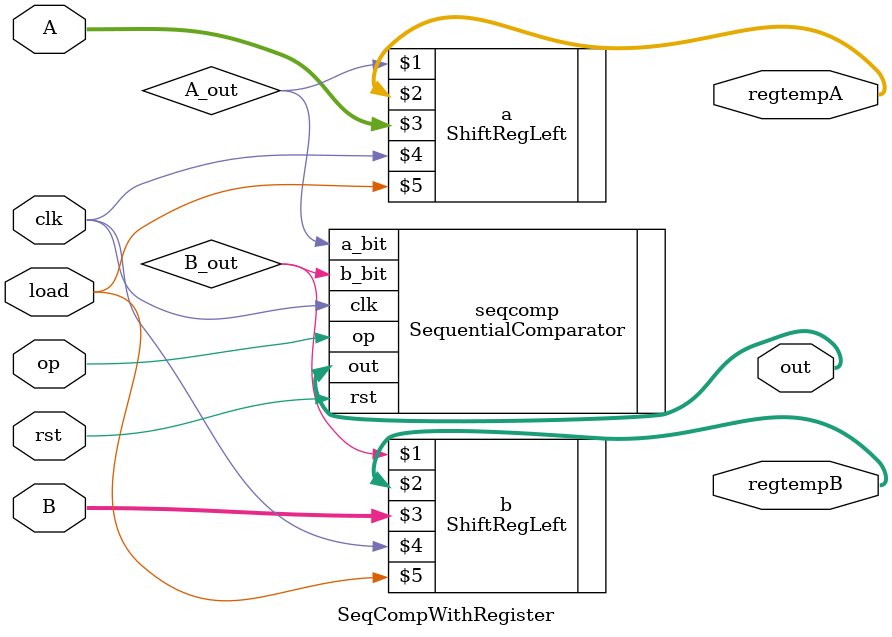
<source format=v>
`timescale 1ns / 1ps

module SeqCompWithRegister(A, B, out, clk, rst, op, load, regtempA, regtempB);
	input clk, load, rst, op;
	input [31:0] A, B;
	output [31:0] regtempA, regtempB;
	output [2:0] out;
	
	// Serial Output wires from Shift Registers
	wire A_out, B_out;
	
	// Shift Registers for A and B
	ShiftRegLeft a(A_out, regtempA, A, clk, load);
	ShiftRegLeft b(B_out, regtempB, B, clk, load);

	// FSM SequentialComparator 
	SequentialComparator seqcomp (
		.a_bit(A_out), 
		.b_bit(B_out), 
		.op(op),
		.out(out), 
		.clk(clk), 
		.rst(rst)
	);

endmodule

</source>
